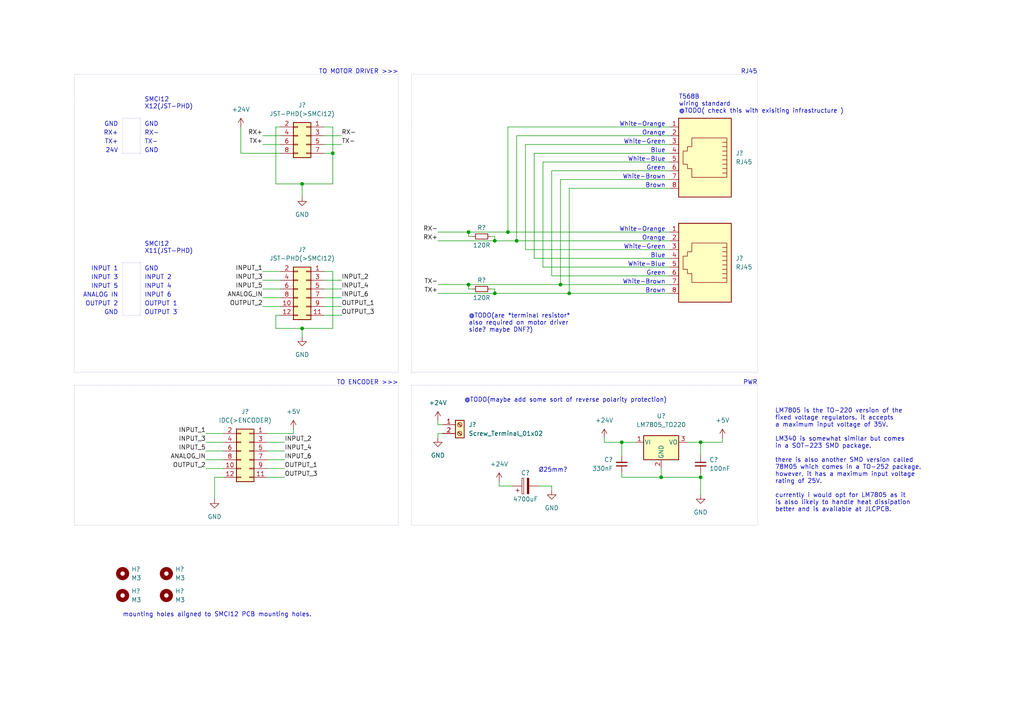
<source format=kicad_sch>
(kicad_sch (version 20211123) (generator eeschema)
  (paper "A4")
  (lib_symbols
    (symbol "Connector:RJ45" (pin_names (offset 1.016))
      (property "Reference" "J" (at -5.08 13.97 0))
      (property "Value" "RJ45" (at 2.54 13.97 0))
      (symbol "RJ45_0_1"
        (polyline (pts (xy -5.08 4.445) (xy -6.35 4.445)))
        (polyline (pts (xy -5.08 5.715) (xy -6.35 5.715)))
        (polyline (pts (xy -6.35 -3.175) (xy -5.08 -3.175) (xy -5.08 -3.175)))
        (polyline (pts (xy -6.35 -1.905) (xy -5.08 -1.905) (xy -5.08 -1.905)))
        (polyline (pts (xy -6.35 -0.635) (xy -5.08 -0.635) (xy -5.08 -0.635)))
        (polyline (pts (xy -6.35 0.635) (xy -5.08 0.635) (xy -5.08 0.635)))
        (polyline (pts (xy -6.35 1.905) (xy -5.08 1.905) (xy -5.08 1.905)))
        (polyline (pts (xy -5.08 3.175) (xy -6.35 3.175) (xy -6.35 3.175)))
        (polyline (pts (xy -6.35 -4.445) (xy -6.35 6.985) (xy 3.81 6.985) (xy 3.81 4.445) (xy 5.08 4.445) (xy 5.08 3.175) (xy 6.35 3.175) (xy 6.35 -0.635) (xy 5.08 -0.635) (xy 5.08 -1.905) (xy 3.81 -1.905) (xy 3.81 -4.445) (xy -6.35 -4.445) (xy -6.35 -4.445)))
        (rectangle (start 7.62 12.7) (end -7.62 -10.16) (stroke (width 0.254)) (fill (type background)))
      )
      (symbol "RJ45_1_1"
        (pin passive line (at 10.16 -7.62 180) (length 2.54) (name "~") (number "1"))
        (pin passive line (at 10.16 -5.08 180) (length 2.54) (name "~") (number "2"))
        (pin passive line (at 10.16 -2.54 180) (length 2.54) (name "~") (number "3"))
        (pin passive line (at 10.16 0 180) (length 2.54) (name "~") (number "4"))
        (pin passive line (at 10.16 2.54 180) (length 2.54) (name "~") (number "5"))
        (pin passive line (at 10.16 5.08 180) (length 2.54) (name "~") (number "6"))
        (pin passive line (at 10.16 7.62 180) (length 2.54) (name "~") (number "7"))
        (pin passive line (at 10.16 10.16 180) (length 2.54) (name "~") (number "8"))
      )
    )
    (symbol "Connector:Screw_Terminal_01x02" (pin_names (offset 1.016) hide)
      (property "Reference" "J" (at 0 2.54 0))
      (property "Value" "Screw_Terminal_01x02" (at 0 -5.08 0))
      (symbol "Screw_Terminal_01x02_1_1"
        (rectangle (start -1.27 1.27) (end 1.27 -3.81) (stroke (width 0.254)) (fill (type background)))
        (circle (center 0 -2.54) (radius 0.635) (stroke (width 0.1524)))
        (polyline (pts (xy -0.5334 -2.2098) (xy 0.3302 -3.048)) (stroke (width 0.1524)))
        (polyline (pts (xy -0.5334 0.3302) (xy 0.3302 -0.508)) (stroke (width 0.1524)))
        (polyline (pts (xy -0.3556 -2.032) (xy 0.508 -2.8702)) (stroke (width 0.1524)))
        (polyline (pts (xy -0.3556 0.508) (xy 0.508 -0.3302)) (stroke (width 0.1524)))
        (circle (center 0 0) (radius 0.635) (stroke (width 0.1524)))
        (pin passive line (at -5.08 0 0) (length 3.81) (name "Pin_1") (number "1"))
        (pin passive line (at -5.08 -2.54 0) (length 3.81) (name "Pin_2") (number "2"))
      )
    )
    (symbol "Connector_Generic:Conn_02x04_Odd_Even" (pin_names (offset 1.016) hide)
      (property "Reference" "J" (at 1.27 5.08 0))
      (property "Value" "Conn_02x04_Odd_Even" (at 1.27 -7.62 0))
      (symbol "Conn_02x04_Odd_Even_1_1"
        (rectangle (start -1.27 -4.953) (end 0 -5.207) (stroke (width 0.1524)))
        (rectangle (start -1.27 -2.413) (end 0 -2.667) (stroke (width 0.1524)))
        (rectangle (start -1.27 0.127) (end 0 -0.127) (stroke (width 0.1524)))
        (rectangle (start -1.27 2.667) (end 0 2.413) (stroke (width 0.1524)))
        (rectangle (start -1.27 3.81) (end 3.81 -6.35) (stroke (width 0.254)) (fill (type background)))
        (rectangle (start 3.81 -4.953) (end 2.54 -5.207) (stroke (width 0.1524)))
        (rectangle (start 3.81 -2.413) (end 2.54 -2.667) (stroke (width 0.1524)))
        (rectangle (start 3.81 0.127) (end 2.54 -0.127) (stroke (width 0.1524)))
        (rectangle (start 3.81 2.667) (end 2.54 2.413) (stroke (width 0.1524)))
        (pin passive line (at -5.08 2.54 0) (length 3.81) (name "Pin_1") (number "1"))
        (pin passive line (at 7.62 2.54 180) (length 3.81) (name "Pin_2") (number "2"))
        (pin passive line (at -5.08 0 0) (length 3.81) (name "Pin_3") (number "3"))
        (pin passive line (at 7.62 0 180) (length 3.81) (name "Pin_4") (number "4"))
        (pin passive line (at -5.08 -2.54 0) (length 3.81) (name "Pin_5") (number "5"))
        (pin passive line (at 7.62 -2.54 180) (length 3.81) (name "Pin_6") (number "6"))
        (pin passive line (at -5.08 -5.08 0) (length 3.81) (name "Pin_7") (number "7"))
        (pin passive line (at 7.62 -5.08 180) (length 3.81) (name "Pin_8") (number "8"))
      )
    )
    (symbol "Connector_Generic:Conn_02x06_Odd_Even" (pin_names (offset 1.016) hide)
      (property "Reference" "J" (at 1.27 7.62 0))
      (property "Value" "Conn_02x06_Odd_Even" (at 1.27 -10.16 0))
      (symbol "Conn_02x06_Odd_Even_1_1"
        (rectangle (start -1.27 -7.493) (end 0 -7.747) (stroke (width 0.1524)))
        (rectangle (start -1.27 -4.953) (end 0 -5.207) (stroke (width 0.1524)))
        (rectangle (start -1.27 -2.413) (end 0 -2.667) (stroke (width 0.1524)))
        (rectangle (start -1.27 0.127) (end 0 -0.127) (stroke (width 0.1524)))
        (rectangle (start -1.27 2.667) (end 0 2.413) (stroke (width 0.1524)))
        (rectangle (start -1.27 5.207) (end 0 4.953) (stroke (width 0.1524)))
        (rectangle (start -1.27 6.35) (end 3.81 -8.89) (stroke (width 0.254)) (fill (type background)))
        (rectangle (start 3.81 -7.493) (end 2.54 -7.747) (stroke (width 0.1524)))
        (rectangle (start 3.81 -4.953) (end 2.54 -5.207) (stroke (width 0.1524)))
        (rectangle (start 3.81 -2.413) (end 2.54 -2.667) (stroke (width 0.1524)))
        (rectangle (start 3.81 0.127) (end 2.54 -0.127) (stroke (width 0.1524)))
        (rectangle (start 3.81 2.667) (end 2.54 2.413) (stroke (width 0.1524)))
        (rectangle (start 3.81 5.207) (end 2.54 4.953) (stroke (width 0.1524)))
        (pin passive line (at -5.08 5.08 0) (length 3.81) (name "Pin_1") (number "1"))
        (pin passive line (at 7.62 -5.08 180) (length 3.81) (name "Pin_10") (number "10"))
        (pin passive line (at -5.08 -7.62 0) (length 3.81) (name "Pin_11") (number "11"))
        (pin passive line (at 7.62 -7.62 180) (length 3.81) (name "Pin_12") (number "12"))
        (pin passive line (at 7.62 5.08 180) (length 3.81) (name "Pin_2") (number "2"))
        (pin passive line (at -5.08 2.54 0) (length 3.81) (name "Pin_3") (number "3"))
        (pin passive line (at 7.62 2.54 180) (length 3.81) (name "Pin_4") (number "4"))
        (pin passive line (at -5.08 0 0) (length 3.81) (name "Pin_5") (number "5"))
        (pin passive line (at 7.62 0 180) (length 3.81) (name "Pin_6") (number "6"))
        (pin passive line (at -5.08 -2.54 0) (length 3.81) (name "Pin_7") (number "7"))
        (pin passive line (at 7.62 -2.54 180) (length 3.81) (name "Pin_8") (number "8"))
        (pin passive line (at -5.08 -5.08 0) (length 3.81) (name "Pin_9") (number "9"))
      )
    )
    (symbol "Device:C_Polarized" (pin_numbers hide) (pin_names (offset 0.254))
      (property "Reference" "C" (at 0.635 2.54 0))
      (property "Value" "C_Polarized" (at 0.635 -2.54 0))
      (symbol "C_Polarized_0_1"
        (rectangle (start -2.286 0.508) (end 2.286 1.016))
        (polyline (pts (xy -1.778 2.286) (xy -0.762 2.286)))
        (polyline (pts (xy -1.27 2.794) (xy -1.27 1.778)))
        (rectangle (start 2.286 -0.508) (end -2.286 -1.016) (fill (type outline)))
      )
      (symbol "C_Polarized_1_1"
        (pin passive line (at 0 3.81 270) (length 2.794) (name "~") (number "1"))
        (pin passive line (at 0 -3.81 90) (length 2.794) (name "~") (number "2"))
      )
    )
    (symbol "Device:C_Small" (pin_numbers hide) (pin_names (offset 0.254) hide)
      (property "Reference" "C" (at 0.254 1.778 0))
      (property "Value" "C_Small" (at 0.254 -2.032 0))
      (symbol "C_Small_0_1"
        (polyline (pts (xy -1.524 -0.508) (xy 1.524 -0.508)) (stroke (width 0.3302)))
        (polyline (pts (xy -1.524 0.508) (xy 1.524 0.508)) (stroke (width 0.3048)))
      )
      (symbol "C_Small_1_1"
        (pin passive line (at 0 2.54 270) (length 2.032) (name "~") (number "1"))
        (pin passive line (at 0 -2.54 90) (length 2.032) (name "~") (number "2"))
      )
    )
    (symbol "Device:R_Small" (pin_numbers hide) (pin_names (offset 0.254) hide)
      (property "Reference" "R" (at 0.762 0.508 0))
      (property "Value" "R_Small" (at 0.762 -1.016 0))
      (symbol "R_Small_0_1"
        (rectangle (start -0.762 1.778) (end 0.762 -1.778) (stroke (width 0.2032)))
      )
      (symbol "R_Small_1_1"
        (pin passive line (at 0 2.54 270) (length 0.762) (name "~") (number "1"))
        (pin passive line (at 0 -2.54 90) (length 0.762) (name "~") (number "2"))
      )
    )
    (symbol "Mechanical:MountingHole" (pin_names (offset 1.016))
      (property "Reference" "H" (at 0 5.08 0))
      (property "Value" "MountingHole" (at 0 3.175 0))
      (symbol "MountingHole_0_1"
        (circle (center 0 0) (radius 1.27) (stroke (width 1.27)))
      )
    )
    (symbol "Regulator_Linear:LM7805_TO220" (pin_names (offset 0.254))
      (property "Reference" "U" (at -3.81 3.175 0))
      (property "Value" "LM7805_TO220" (at 0 3.175 0))
      (symbol "LM7805_TO220_0_1"
        (rectangle (start -5.08 1.905) (end 5.08 -5.08) (stroke (width 0.254)) (fill (type background)))
      )
      (symbol "LM7805_TO220_1_1"
        (pin power_in line (at -7.62 0 0) (length 2.54) (name "VI") (number "1"))
        (pin power_in line (at 0 -7.62 90) (length 2.54) (name "GND") (number "2"))
        (pin power_out line (at 7.62 0 180) (length 2.54) (name "VO") (number "3"))
      )
    )
    (symbol "power:+24V" (power) (pin_names (offset 0))
      (property "Value" "+24V" (at 0 3.556 0))
      (symbol "+24V_0_1"
        (polyline (pts (xy -0.762 1.27) (xy 0 2.54)))
        (polyline (pts (xy 0 0) (xy 0 2.54)))
        (polyline (pts (xy 0 2.54) (xy 0.762 1.27)))
      )
      (symbol "+24V_1_1"
        (pin power_in line (at 0 0 90) (length 0) hide (name "+24V") (number "1"))
      )
    )
    (symbol "power:+5V" (power) (pin_names (offset 0))
      (property "Value" "+5V" (at 0 3.556 0))
      (symbol "+5V_0_1"
        (polyline (pts (xy -0.762 1.27) (xy 0 2.54)))
        (polyline (pts (xy 0 0) (xy 0 2.54)))
        (polyline (pts (xy 0 2.54) (xy 0.762 1.27)))
      )
      (symbol "+5V_1_1"
        (pin power_in line (at 0 0 90) (length 0) hide (name "+5V") (number "1"))
      )
    )
    (symbol "power:GND" (power) (pin_names (offset 0))
      (property "Value" "GND" (at 0 -3.81 0))
      (symbol "GND_0_1"
        (polyline (pts (xy 0 0) (xy 0 -1.27) (xy 1.27 -1.27) (xy 0 -2.54) (xy -1.27 -1.27) (xy 0 -1.27)))
      )
      (symbol "GND_1_1"
        (pin power_in line (at 0 0 270) (length 0) hide (name "GND") (number "1"))
      )
    )
  )
  (junction (at 180.34 128.27))
  (junction (at 87.63 95.25))
  (junction (at 203.2 128.27))
  (junction (at 96.52 44.45))
  (junction (at 162.56 82.55))
  (junction (at 135.89 67.31))
  (junction (at 143.51 85.09))
  (junction (at 149.86 69.85))
  (junction (at 203.2 138.43))
  (junction (at 135.89 82.55))
  (junction (at 147.32 67.31))
  (junction (at 87.63 53.34))
  (junction (at 165.1 85.09))
  (junction (at 143.51 69.85))
  (junction (at 191.77 138.43))
  (wire (pts (xy 162.56 52.07) (xy 162.56 82.55)))
  (wire (pts (xy 143.51 85.09) (xy 165.1 85.09)))
  (wire (pts (xy 135.89 82.55) (xy 162.56 82.55)))
  (bus (pts (xy 115.57 107.95) (xy 115.57 21.59)) (stroke (width 0.1) (type dot)))
  (wire (pts (xy 137.16 83.82) (xy 135.89 83.82)))
  (wire (pts (xy 59.69 130.81) (xy 64.77 130.81)))
  (wire (pts (xy 93.98 78.74) (xy 96.52 78.74)))
  (wire (pts (xy 64.77 138.43) (xy 62.23 138.43)))
  (bus (pts (xy 119.38 21.59) (xy 219.71 21.59)) (stroke (width 0.1) (type dot)))
  (wire (pts (xy 165.1 54.61) (xy 165.1 85.09)))
  (wire (pts (xy 80.01 53.34) (xy 87.63 53.34)))
  (wire (pts (xy 160.02 49.53) (xy 194.31 49.53)))
  (wire (pts (xy 81.28 91.44) (xy 80.01 91.44)))
  (bus (pts (xy 35.56 34.29) (xy 35.56 44.45)) (stroke (width 0.1) (type dot)))
  (wire (pts (xy 59.69 133.35) (xy 64.77 133.35)))
  (wire (pts (xy 135.89 68.58) (xy 135.89 67.31)))
  (wire (pts (xy 203.2 138.43) (xy 203.2 143.51)))
  (wire (pts (xy 77.47 138.43) (xy 82.55 138.43)))
  (wire (pts (xy 157.48 77.47) (xy 194.31 77.47)))
  (wire (pts (xy 175.26 128.27) (xy 180.34 128.27)))
  (wire (pts (xy 135.89 67.31) (xy 147.32 67.31)))
  (bus (pts (xy 40.64 34.29) (xy 35.56 34.29)) (stroke (width 0.1) (type dot)))
  (wire (pts (xy 147.32 36.83) (xy 147.32 67.31)))
  (bus (pts (xy 40.64 76.2) (xy 40.64 91.44)) (stroke (width 0.1) (type dot)))
  (wire (pts (xy 87.63 95.25) (xy 87.63 97.79)))
  (wire (pts (xy 87.63 95.25) (xy 96.52 95.25)))
  (wire (pts (xy 77.47 128.27) (xy 82.55 128.27)))
  (wire (pts (xy 93.98 91.44) (xy 99.06 91.44)))
  (wire (pts (xy 96.52 36.83) (xy 96.52 44.45)))
  (wire (pts (xy 127 67.31) (xy 135.89 67.31)))
  (wire (pts (xy 154.94 44.45) (xy 194.31 44.45)))
  (wire (pts (xy 93.98 41.91) (xy 99.06 41.91)))
  (wire (pts (xy 143.51 69.85) (xy 149.86 69.85)))
  (wire (pts (xy 154.94 74.93) (xy 194.31 74.93)))
  (bus (pts (xy 219.71 107.95) (xy 219.71 21.59)) (stroke (width 0.1) (type dot)))
  (wire (pts (xy 87.63 53.34) (xy 96.52 53.34)))
  (wire (pts (xy 191.77 138.43) (xy 203.2 138.43)))
  (wire (pts (xy 77.47 135.89) (xy 82.55 135.89)))
  (wire (pts (xy 191.77 135.89) (xy 191.77 138.43)))
  (wire (pts (xy 93.98 44.45) (xy 96.52 44.45)))
  (wire (pts (xy 69.85 36.83) (xy 69.85 44.45)))
  (bus (pts (xy 115.57 111.76) (xy 115.57 152.4)) (stroke (width 0.1) (type dot)))
  (bus (pts (xy 40.64 44.45) (xy 40.64 34.29)) (stroke (width 0.1) (type dot)))
  (wire (pts (xy 147.32 36.83) (xy 194.31 36.83)))
  (wire (pts (xy 135.89 83.82) (xy 135.89 82.55)))
  (bus (pts (xy 119.38 111.76) (xy 119.38 152.4)) (stroke (width 0.1) (type dot)))
  (wire (pts (xy 87.63 95.25) (xy 80.01 95.25)))
  (bus (pts (xy 115.57 21.59) (xy 21.59 21.59)) (stroke (width 0.1) (type dot)))
  (wire (pts (xy 162.56 52.07) (xy 194.31 52.07)))
  (wire (pts (xy 149.86 39.37) (xy 149.86 69.85)))
  (wire (pts (xy 127 123.19) (xy 128.27 123.19)))
  (wire (pts (xy 152.4 41.91) (xy 152.4 72.39)))
  (wire (pts (xy 180.34 137.16) (xy 180.34 138.43)))
  (wire (pts (xy 156.21 140.97) (xy 160.02 140.97)))
  (wire (pts (xy 81.28 41.91) (xy 76.2 41.91)))
  (wire (pts (xy 77.47 130.81) (xy 82.55 130.81)))
  (wire (pts (xy 80.01 91.44) (xy 80.01 95.25)))
  (wire (pts (xy 81.28 36.83) (xy 80.01 36.83)))
  (wire (pts (xy 59.69 135.89) (xy 64.77 135.89)))
  (wire (pts (xy 149.86 39.37) (xy 194.31 39.37)))
  (bus (pts (xy 21.59 21.59) (xy 21.59 107.95)) (stroke (width 0.1) (type dot)))
  (bus (pts (xy 21.59 152.4) (xy 115.57 152.4)) (stroke (width 0.1) (type dot)))
  (wire (pts (xy 93.98 81.28) (xy 99.06 81.28)))
  (wire (pts (xy 76.2 78.74) (xy 81.28 78.74)))
  (wire (pts (xy 137.16 68.58) (xy 135.89 68.58)))
  (wire (pts (xy 184.15 128.27) (xy 180.34 128.27)))
  (wire (pts (xy 160.02 80.01) (xy 194.31 80.01)))
  (wire (pts (xy 144.78 139.7) (xy 144.78 140.97)))
  (wire (pts (xy 59.69 125.73) (xy 64.77 125.73)))
  (wire (pts (xy 93.98 36.83) (xy 96.52 36.83)))
  (bus (pts (xy 219.71 111.76) (xy 219.71 152.4)) (stroke (width 0.1) (type dot)))
  (wire (pts (xy 127 125.73) (xy 127 127)))
  (wire (pts (xy 81.28 44.45) (xy 69.85 44.45)))
  (wire (pts (xy 143.51 83.82) (xy 143.51 85.09)))
  (bus (pts (xy 119.38 107.95) (xy 219.71 107.95)) (stroke (width 0.1) (type dot)))
  (bus (pts (xy 21.59 111.76) (xy 115.57 111.76)) (stroke (width 0.1) (type dot)))
  (wire (pts (xy 128.27 125.73) (xy 127 125.73)))
  (wire (pts (xy 162.56 82.55) (xy 194.31 82.55)))
  (wire (pts (xy 157.48 46.99) (xy 157.48 77.47)))
  (bus (pts (xy 119.38 107.95) (xy 119.38 21.59)) (stroke (width 0.1) (type dot)))
  (wire (pts (xy 85.09 124.46) (xy 85.09 125.73)))
  (bus (pts (xy 35.56 76.2) (xy 40.64 76.2)) (stroke (width 0.1) (type dot)))
  (wire (pts (xy 203.2 132.08) (xy 203.2 128.27)))
  (wire (pts (xy 96.52 78.74) (xy 96.52 95.25)))
  (wire (pts (xy 76.2 83.82) (xy 81.28 83.82)))
  (wire (pts (xy 203.2 128.27) (xy 209.55 128.27)))
  (wire (pts (xy 157.48 46.99) (xy 194.31 46.99)))
  (bus (pts (xy 21.59 111.76) (xy 21.59 152.4)) (stroke (width 0.1) (type dot)))
  (wire (pts (xy 80.01 36.83) (xy 80.01 53.34)))
  (bus (pts (xy 35.56 76.2) (xy 35.56 91.44)) (stroke (width 0.1) (type dot)))
  (wire (pts (xy 76.2 86.36) (xy 81.28 86.36)))
  (wire (pts (xy 160.02 49.53) (xy 160.02 80.01)))
  (wire (pts (xy 93.98 39.37) (xy 99.06 39.37)))
  (wire (pts (xy 127 82.55) (xy 135.89 82.55)))
  (bus (pts (xy 21.59 107.95) (xy 115.57 107.95)) (stroke (width 0.1) (type dot)))
  (wire (pts (xy 81.28 39.37) (xy 76.2 39.37)))
  (wire (pts (xy 93.98 83.82) (xy 99.06 83.82)))
  (wire (pts (xy 127 121.92) (xy 127 123.19)))
  (wire (pts (xy 180.34 128.27) (xy 180.34 132.08)))
  (wire (pts (xy 152.4 41.91) (xy 194.31 41.91)))
  (wire (pts (xy 203.2 137.16) (xy 203.2 138.43)))
  (wire (pts (xy 149.86 69.85) (xy 194.31 69.85)))
  (bus (pts (xy 40.64 91.44) (xy 35.56 91.44)) (stroke (width 0.1) (type dot)))
  (wire (pts (xy 96.52 44.45) (xy 96.52 53.34)))
  (wire (pts (xy 59.69 128.27) (xy 64.77 128.27)))
  (wire (pts (xy 147.32 67.31) (xy 194.31 67.31)))
  (wire (pts (xy 144.78 140.97) (xy 148.59 140.97)))
  (wire (pts (xy 142.24 68.58) (xy 143.51 68.58)))
  (wire (pts (xy 77.47 125.73) (xy 85.09 125.73)))
  (wire (pts (xy 203.2 128.27) (xy 199.39 128.27)))
  (wire (pts (xy 142.24 83.82) (xy 143.51 83.82)))
  (wire (pts (xy 152.4 72.39) (xy 194.31 72.39)))
  (bus (pts (xy 35.56 44.45) (xy 40.64 44.45)) (stroke (width 0.1) (type dot)))
  (wire (pts (xy 76.2 81.28) (xy 81.28 81.28)))
  (wire (pts (xy 62.23 138.43) (xy 62.23 144.78)))
  (wire (pts (xy 209.55 127) (xy 209.55 128.27)))
  (wire (pts (xy 93.98 88.9) (xy 99.06 88.9)))
  (wire (pts (xy 154.94 44.45) (xy 154.94 74.93)))
  (bus (pts (xy 119.38 111.76) (xy 219.71 111.76)) (stroke (width 0.1) (type dot)))
  (wire (pts (xy 143.51 68.58) (xy 143.51 69.85)))
  (wire (pts (xy 77.47 133.35) (xy 82.55 133.35)))
  (wire (pts (xy 165.1 54.61) (xy 194.31 54.61)))
  (bus (pts (xy 119.38 152.4) (xy 219.71 152.4)) (stroke (width 0.1) (type dot)))
  (wire (pts (xy 93.98 86.36) (xy 99.06 86.36)))
  (wire (pts (xy 127 69.85) (xy 143.51 69.85)))
  (wire (pts (xy 160.02 140.97) (xy 160.02 142.24)))
  (wire (pts (xy 180.34 138.43) (xy 191.77 138.43)))
  (wire (pts (xy 87.63 53.34) (xy 87.63 57.15)))
  (wire (pts (xy 76.2 88.9) (xy 81.28 88.9)))
  (wire (pts (xy 175.26 127) (xy 175.26 128.27)))
  (wire (pts (xy 127 85.09) (xy 143.51 85.09)))
  (wire (pts (xy 165.1 85.09) (xy 194.31 85.09)))
  (text "OUTPUT 2" (at 34.29 88.9 180) (effects (font (size 1.27 1.27)) (justify right bottom)))
  (text "Orange" (at 193.04 39.37 180) (effects (font (size 1.27 1.27)) (justify right bottom)))
  (text "24V" (at 34.29 44.45 180) (effects (font (size 1.27 1.27)) (justify right bottom)))
  (text "White-Green" (at 193.04 41.91 180) (effects (font (size 1.27 1.27)) (justify right bottom)))
  (text "White-Orange" (at 193.04 67.31 180) (effects (font (size 1.27 1.27)) (justify right bottom)))
  (text "Orange" (at 193.04 69.85 180) (effects (font (size 1.27 1.27)) (justify right bottom)))
  (text "GND" (at 34.29 36.83 180) (effects (font (size 1.27 1.27)) (justify right bottom)))
  (text "LM7805 is the TO-220 version of the \nfixed voltage regulators. it accepts \na maximum input voltage of 35V.\n\nLM340 is somewhat similar but comes\nin a SOT-223 SMD package.\n\nthere is also another SMD version called\n78M05 which comes in a TO-252 package.\nhowever, it has a maximum input voltage\nrating of 25V.\n\ncurrently i would opt for LM7805 as it\nis also likely to handle heat dissipation\nbetter and is available at JLCPCB." (at 224.79 148.59 0) (effects (font (size 1.27 1.27)) (justify left bottom)))
  (text "TO ENCODER >>>" (at 115.57 111.76 180) (effects (font (size 1.27 1.27)) (justify right bottom)))
  (text "SMCI12\nX11(JST-PHD)" (at 41.91 73.66 0) (effects (font (size 1.27 1.27)) (justify left bottom)))
  (text "White-Brown" (at 193.04 52.07 180) (effects (font (size 1.27 1.27)) (justify right bottom)))
  (text "White-Brown" (at 193.04 82.55 180) (effects (font (size 1.27 1.27)) (justify right bottom)))
  (text "Blue" (at 193.04 74.93 180) (effects (font (size 1.27 1.27)) (justify right bottom)))
  (text "T568B \nwiring standard\n@TODO( check this with exisiting infrastructure )" (at 196.85 33.02 0) (effects (font (size 1.27 1.27)) (justify left bottom)))
  (text "TX-" (at 41.91 41.91 0) (effects (font (size 1.27 1.27)) (justify left bottom)))
  (text "INPUT 4" (at 41.91 83.82 0) (effects (font (size 1.27 1.27)) (justify left bottom)))
  (text "Green" (at 193.04 80.01 180) (effects (font (size 1.27 1.27)) (justify right bottom)))
  (text "@TODO(are *terminal resistor* \nalso required on motor driver \nside? maybe DNF?)" (at 135.89 96.52 0) (effects (font (size 1.27 1.27)) (justify left bottom)))
  (text "White-Blue" (at 193.04 46.99 180) (effects (font (size 1.27 1.27)) (justify right bottom)))
  (text "Green" (at 193.04 49.53 180) (effects (font (size 1.27 1.27)) (justify right bottom)))
  (text "GND" (at 34.29 91.44 180) (effects (font (size 1.27 1.27)) (justify right bottom)))
  (text "TX+" (at 34.29 41.91 180) (effects (font (size 1.27 1.27)) (justify right bottom)))
  (text "INPUT 2" (at 41.91 81.28 0) (effects (font (size 1.27 1.27)) (justify left bottom)))
  (text "White-Blue" (at 193.04 77.47 180) (effects (font (size 1.27 1.27)) (justify right bottom)))
  (text "GND" (at 41.91 78.74 0) (effects (font (size 1.27 1.27)) (justify left bottom)))
  (text "Brown" (at 193.04 85.09 180) (effects (font (size 1.27 1.27)) (justify right bottom)))
  (text "Brown" (at 193.04 54.61 180) (effects (font (size 1.27 1.27)) (justify right bottom)))
  (text "TO MOTOR DRIVER >>>" (at 115.57 21.59 180) (effects (font (size 1.27 1.27)) (justify right bottom)))
  (text "mounting holes aligned to SMCI12 PCB mounting holes." (at 35.56 179.07 0) (effects (font (size 1.27 1.27)) (justify left bottom)))
  (text "OUTPUT 1" (at 41.91 88.9 0) (effects (font (size 1.27 1.27)) (justify left bottom)))
  (text "GND" (at 41.91 36.83 0) (effects (font (size 1.27 1.27)) (justify left bottom)))
  (text "@TODO(maybe add some sort of reverse polarity protection)" (at 134.62 116.84 0) (effects (font (size 1.27 1.27)) (justify left bottom)))
  (text "INPUT 5" (at 34.29 83.82 180) (effects (font (size 1.27 1.27)) (justify right bottom)))
  (text "ANALOG IN" (at 34.29 86.36 180) (effects (font (size 1.27 1.27)) (justify right bottom)))
  (text "White-Green" (at 193.04 72.39 180) (effects (font (size 1.27 1.27)) (justify right bottom)))
  (text "RX-" (at 41.91 39.37 0) (effects (font (size 1.27 1.27)) (justify left bottom)))
  (text "RX+" (at 34.29 39.37 180) (effects (font (size 1.27 1.27)) (justify right bottom)))
  (text "Ø25mm?" (at 156.21 137.16 0) (effects (font (size 1.27 1.27)) (justify left bottom)))
  (text "INPUT 1" (at 34.29 78.74 180) (effects (font (size 1.27 1.27)) (justify right bottom)))
  (text "White-Orange" (at 193.04 36.83 180) (effects (font (size 1.27 1.27)) (justify right bottom)))
  (text "INPUT 6" (at 41.91 86.36 0) (effects (font (size 1.27 1.27)) (justify left bottom)))
  (text "Blue" (at 193.04 44.45 180) (effects (font (size 1.27 1.27)) (justify right bottom)))
  (text "OUTPUT 3" (at 41.91 91.44 0) (effects (font (size 1.27 1.27)) (justify left bottom)))
  (text "RJ45" (at 219.71 21.59 180) (effects (font (size 1.27 1.27)) (justify right bottom)))
  (text "INPUT 3" (at 34.29 81.28 180) (effects (font (size 1.27 1.27)) (justify right bottom)))
  (text "PWR" (at 219.71 111.76 180) (effects (font (size 1.27 1.27)) (justify right bottom)))
  (text "SMCI12\nX12(JST-PHD)" (at 41.91 31.75 0) (effects (font (size 1.27 1.27)) (justify left bottom)))
  (text "GND" (at 41.91 44.45 0) (effects (font (size 1.27 1.27)) (justify left bottom)))
  (label "TX-" (at 99.06 41.91 0))
  (label "RX+" (at 127 69.85 180))
  (label "TX+" (at 127 85.09 180))
  (label "INPUT_5" (at 76.2 83.82 180))
  (label "TX-" (at 127 82.55 180))
  (label "INPUT_6" (at 99.06 86.36 0))
  (label "OUTPUT_2" (at 76.2 88.9 180))
  (label "INPUT_5" (at 59.69 130.81 180))
  (label "INPUT_3" (at 76.2 81.28 180))
  (label "RX-" (at 127 67.31 180))
  (label "INPUT_4" (at 82.55 130.81 0))
  (label "INPUT_4" (at 99.06 83.82 0))
  (label "TX+" (at 76.2 41.91 180))
  (label "INPUT_2" (at 99.06 81.28 0))
  (label "OUTPUT_2" (at 59.69 135.89 180))
  (label "ANALOG_IN" (at 76.2 86.36 180))
  (label "OUTPUT_3" (at 82.55 138.43 0))
  (label "INPUT_6" (at 82.55 133.35 0))
  (label "RX-" (at 99.06 39.37 0))
  (label "INPUT_1" (at 76.2 78.74 180))
  (label "OUTPUT_1" (at 82.55 135.89 0))
  (label "INPUT_2" (at 82.55 128.27 0))
  (label "OUTPUT_3" (at 99.06 91.44 0))
  (label "INPUT_3" (at 59.69 128.27 180))
  (label "OUTPUT_1" (at 99.06 88.9 0))
  (label "RX+" (at 76.2 39.37 180))
  (label "INPUT_1" (at 59.69 125.73 180))
  (label "ANALOG_IN" (at 59.69 133.35 180))
  (symbol (lib_id "Device:C_Small") (at 180.34 134.62 0) (mirror x) (unit 1)
    (property "Reference" "C?" (at 177.8 133.3435 0) (effects (justify right)))
    (property "Value" "330nF" (at 177.8 135.8835 0) (effects (justify right)))
  )
  (symbol (lib_id "Mechanical:MountingHole") (at 35.56 166.37 0) (unit 1)
    (property "Reference" "H?" (at 38.1 165.0999 0) (effects (justify left)))
    (property "Value" "M3" (at 38.1 167.6399 0) (effects (justify left)))
  )
  (symbol (lib_id "power:+24V") (at 144.78 139.7 0) (unit 1)
    (property "Reference" "#PWR?" (effects hide))
    (property "Value" "+24V" (at 144.78 134.62 0))
  )
  (symbol (lib_id "power:+24V") (at 175.26 127 0) (unit 1)
    (property "Reference" "#PWR?" (effects hide))
    (property "Value" "+24V" (at 175.26 121.92 0))
  )
  (symbol (lib_id "power:+24V") (at 127 121.92 0) (unit 1)
    (property "Reference" "#PWR?" (effects hide))
    (property "Value" "+24V" (at 127 116.84 0))
  )
  (symbol (lib_id "Connector:RJ45") (at 204.47 44.45 180) (unit 1)
    (property "Reference" "J?" (at 213.36 44.4499 0) (effects (justify right)))
    (property "Value" "RJ45" (at 213.36 46.9899 0) (effects (justify right)))
  )
  (symbol (lib_id "Connector_Generic:Conn_02x06_Odd_Even") (at 88.9 83.82 0) (mirror y) (unit 1)
    (property "Reference" "J?" (at 87.63 72.39 0))
    (property "Value" "JST-PHD(>SMCI12)" (at 87.63 74.93 0))
  )
  (symbol (lib_id "Mechanical:MountingHole") (at 48.26 172.72 0) (unit 1)
    (property "Reference" "H?" (at 50.8 171.4499 0) (effects (justify left)))
    (property "Value" "M3" (at 50.8 173.9899 0) (effects (justify left)))
  )
  (symbol (lib_id "power:GND") (at 87.63 57.15 0) (unit 1)
    (property "Reference" "#PWR?" (effects hide))
    (property "Value" "GND" (at 87.63 62.23 0))
  )
  (symbol (lib_id "Connector:RJ45") (at 204.47 74.93 180) (unit 1)
    (property "Reference" "J?" (at 213.36 74.9299 0) (effects (justify right)))
    (property "Value" "RJ45" (at 213.36 77.4699 0) (effects (justify right)))
  )
  (symbol (lib_id "power:GND") (at 160.02 142.24 0) (unit 1)
    (property "Reference" "#PWR?" (effects hide))
    (property "Value" "GND" (at 160.02 147.32 0))
  )
  (symbol (lib_id "power:GND") (at 87.63 97.79 0) (unit 1)
    (property "Reference" "#PWR?" (effects hide))
    (property "Value" "GND" (at 87.63 102.87 0))
  )
  (symbol (lib_id "Device:R_Small") (at 139.7 68.58 270) (unit 1)
    (property "Reference" "R?" (at 139.7 66.04 90))
    (property "Value" "120R" (at 139.7 71.12 90))
  )
  (symbol (lib_id "Device:C_Small") (at 203.2 134.62 0) (unit 1)
    (property "Reference" "C?" (at 205.74 133.3562 0) (effects (justify left)))
    (property "Value" "100nF" (at 205.74 135.8962 0) (effects (justify left)))
  )
  (symbol (lib_id "power:+5V") (at 85.09 124.46 0) (unit 1)
    (property "Reference" "#PWR?" (effects hide))
    (property "Value" "+5V" (at 85.09 119.38 0))
  )
  (symbol (lib_id "Connector_Generic:Conn_02x04_Odd_Even") (at 88.9 39.37 0) (mirror y) (unit 1)
    (property "Reference" "J?" (at 87.63 30.48 0))
    (property "Value" "JST-PHD(>SMCI12)" (at 87.63 33.02 0))
  )
  (symbol (lib_id "Mechanical:MountingHole") (at 48.26 166.37 0) (unit 1)
    (property "Reference" "H?" (at 50.8 165.0999 0) (effects (justify left)))
    (property "Value" "M3" (at 50.8 167.6399 0) (effects (justify left)))
  )
  (symbol (lib_id "power:GND") (at 203.2 143.51 0) (unit 1)
    (property "Reference" "#PWR?" (effects hide))
    (property "Value" "GND" (at 203.2 148.59 0))
  )
  (symbol (lib_id "Device:C_Polarized") (at 152.4 140.97 90) (unit 1)
    (property "Reference" "C?" (at 152.4 137.16 90))
    (property "Value" "4700uF" (at 152.4 144.78 90))
  )
  (symbol (lib_id "power:+5V") (at 209.55 127 0) (unit 1)
    (property "Reference" "#PWR?" (effects hide))
    (property "Value" "+5V" (at 209.55 121.92 0))
  )
  (symbol (lib_id "Regulator_Linear:LM7805_TO220") (at 191.77 128.27 0) (unit 1)
    (property "Reference" "U?" (at 191.77 120.65 0))
    (property "Value" "LM7805_TO220" (at 191.77 123.19 0))
    (property "Footprint" "Package_TO_SOT_THT:TO-220-3_Vertical" (effects hide))
    (property "Datasheet" "https://www.onsemi.cn/PowerSolutions/document/MC7800-D.PDF" (effects hide))
  )
  (symbol (lib_id "Connector_Generic:Conn_02x06_Odd_Even") (at 72.39 130.81 0) (mirror y) (unit 1)
    (property "Reference" "J?" (at 71.12 119.38 0))
    (property "Value" "IDC(>ENCODER)" (at 71.12 121.92 0))
  )
  (symbol (lib_id "power:GND") (at 127 127 0) (unit 1)
    (property "Reference" "#PWR?" (effects hide))
    (property "Value" "GND" (at 127 132.08 0))
  )
  (symbol (lib_id "Mechanical:MountingHole") (at 35.56 172.72 0) (unit 1)
    (property "Reference" "H?" (at 38.1 171.4499 0) (effects (justify left)))
    (property "Value" "M3" (at 38.1 173.9899 0) (effects (justify left)))
  )
  (symbol (lib_id "power:+24V") (at 69.85 36.83 0) (unit 1)
    (property "Reference" "#PWR?" (effects hide))
    (property "Value" "+24V" (at 69.85 31.75 0))
  )
  (symbol (lib_id "Device:R_Small") (at 139.7 83.82 270) (unit 1)
    (property "Reference" "R?" (at 139.7 81.28 90))
    (property "Value" "120R" (at 139.7 86.36 90))
  )
  (symbol (lib_id "Connector:Screw_Terminal_01x02") (at 133.35 123.19 0) (unit 1)
    (property "Reference" "J?" (at 135.89 123.1899 0) (effects (justify left)))
    (property "Value" "Screw_Terminal_01x02" (at 135.89 125.7299 0) (effects (justify left)))
  )
  (symbol (lib_id "power:GND") (at 62.23 144.78 0) (unit 1)
    (property "Reference" "#PWR?" (effects hide))
    (property "Value" "GND" (at 62.23 149.86 0))
  )
)
</source>
